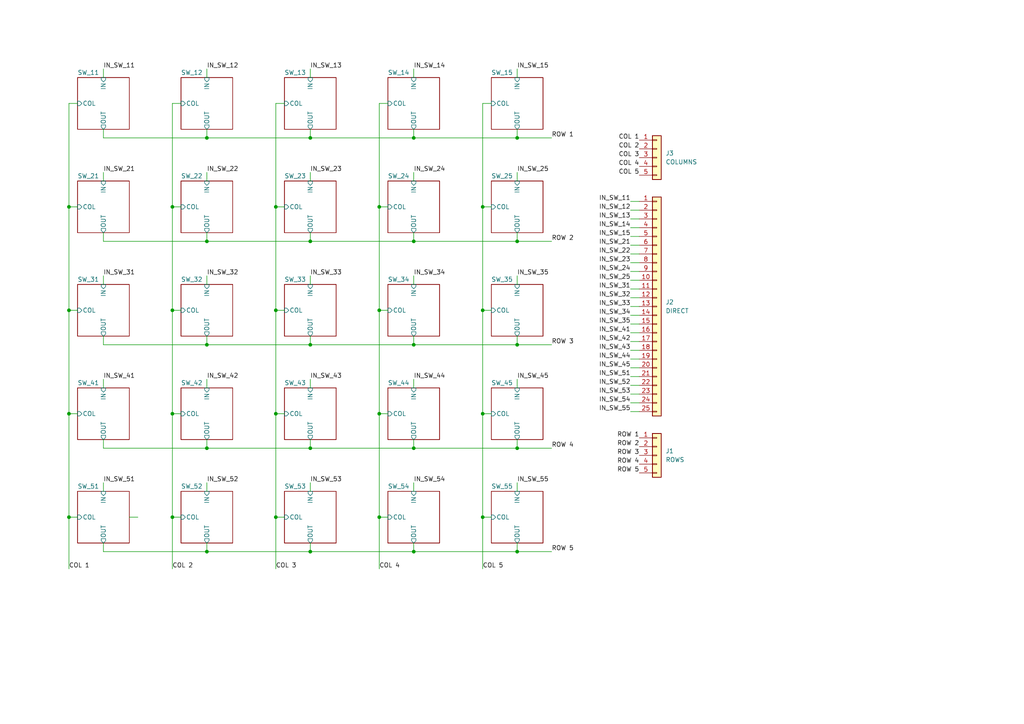
<source format=kicad_sch>
(kicad_sch (version 20211123) (generator eeschema)
  (paper "A4")
  (title_block (title "KBDevBoard"))
  (lib_symbols
    (symbol "Connector_Generic:Conn_01x05" (pin_names (offset 1.016) hide)
      (property "Reference" "J" (at 0 7.62 0))
      (property "Value" "Conn_01x05" (at 0 -7.62 0))
      (symbol "Conn_01x05_1_1"
        (rectangle (start -1.27 -4.953) (end 0 -5.207) (stroke (width 0.1524)))
        (rectangle (start -1.27 -2.413) (end 0 -2.667) (stroke (width 0.1524)))
        (rectangle (start -1.27 0.127) (end 0 -0.127) (stroke (width 0.1524)))
        (rectangle (start -1.27 2.667) (end 0 2.413) (stroke (width 0.1524)))
        (rectangle (start -1.27 5.207) (end 0 4.953) (stroke (width 0.1524)))
        (rectangle (start -1.27 6.35) (end 1.27 -6.35) (stroke (width 0.254)) (fill (type background)))
        (pin passive line (at -5.08 5.08 0) (length 3.81) (name "Pin_1") (number "1"))
        (pin passive line (at -5.08 2.54 0) (length 3.81) (name "Pin_2") (number "2"))
        (pin passive line (at -5.08 0 0) (length 3.81) (name "Pin_3") (number "3"))
        (pin passive line (at -5.08 -2.54 0) (length 3.81) (name "Pin_4") (number "4"))
        (pin passive line (at -5.08 -5.08 0) (length 3.81) (name "Pin_5") (number "5"))
      )
    )
    (symbol "Connector_Generic:Conn_01x25" (pin_names (offset 1.016) hide)
      (property "Reference" "J" (at 0 33.02 0))
      (property "Value" "Conn_01x25" (at 0 -33.02 0))
      (symbol "Conn_01x25_1_1"
        (rectangle (start -1.27 -30.353) (end 0 -30.607) (stroke (width 0.1524)))
        (rectangle (start -1.27 -27.813) (end 0 -28.067) (stroke (width 0.1524)))
        (rectangle (start -1.27 -25.273) (end 0 -25.527) (stroke (width 0.1524)))
        (rectangle (start -1.27 -22.733) (end 0 -22.987) (stroke (width 0.1524)))
        (rectangle (start -1.27 -20.193) (end 0 -20.447) (stroke (width 0.1524)))
        (rectangle (start -1.27 -17.653) (end 0 -17.907) (stroke (width 0.1524)))
        (rectangle (start -1.27 -15.113) (end 0 -15.367) (stroke (width 0.1524)))
        (rectangle (start -1.27 -12.573) (end 0 -12.827) (stroke (width 0.1524)))
        (rectangle (start -1.27 -10.033) (end 0 -10.287) (stroke (width 0.1524)))
        (rectangle (start -1.27 -7.493) (end 0 -7.747) (stroke (width 0.1524)))
        (rectangle (start -1.27 -4.953) (end 0 -5.207) (stroke (width 0.1524)))
        (rectangle (start -1.27 -2.413) (end 0 -2.667) (stroke (width 0.1524)))
        (rectangle (start -1.27 0.127) (end 0 -0.127) (stroke (width 0.1524)))
        (rectangle (start -1.27 2.667) (end 0 2.413) (stroke (width 0.1524)))
        (rectangle (start -1.27 5.207) (end 0 4.953) (stroke (width 0.1524)))
        (rectangle (start -1.27 7.747) (end 0 7.493) (stroke (width 0.1524)))
        (rectangle (start -1.27 10.287) (end 0 10.033) (stroke (width 0.1524)))
        (rectangle (start -1.27 12.827) (end 0 12.573) (stroke (width 0.1524)))
        (rectangle (start -1.27 15.367) (end 0 15.113) (stroke (width 0.1524)))
        (rectangle (start -1.27 17.907) (end 0 17.653) (stroke (width 0.1524)))
        (rectangle (start -1.27 20.447) (end 0 20.193) (stroke (width 0.1524)))
        (rectangle (start -1.27 22.987) (end 0 22.733) (stroke (width 0.1524)))
        (rectangle (start -1.27 25.527) (end 0 25.273) (stroke (width 0.1524)))
        (rectangle (start -1.27 28.067) (end 0 27.813) (stroke (width 0.1524)))
        (rectangle (start -1.27 30.607) (end 0 30.353) (stroke (width 0.1524)))
        (rectangle (start -1.27 31.75) (end 1.27 -31.75) (stroke (width 0.254)) (fill (type background)))
        (pin passive line (at -5.08 30.48 0) (length 3.81) (name "Pin_1") (number "1"))
        (pin passive line (at -5.08 7.62 0) (length 3.81) (name "Pin_10") (number "10"))
        (pin passive line (at -5.08 5.08 0) (length 3.81) (name "Pin_11") (number "11"))
        (pin passive line (at -5.08 2.54 0) (length 3.81) (name "Pin_12") (number "12"))
        (pin passive line (at -5.08 0 0) (length 3.81) (name "Pin_13") (number "13"))
        (pin passive line (at -5.08 -2.54 0) (length 3.81) (name "Pin_14") (number "14"))
        (pin passive line (at -5.08 -5.08 0) (length 3.81) (name "Pin_15") (number "15"))
        (pin passive line (at -5.08 -7.62 0) (length 3.81) (name "Pin_16") (number "16"))
        (pin passive line (at -5.08 -10.16 0) (length 3.81) (name "Pin_17") (number "17"))
        (pin passive line (at -5.08 -12.7 0) (length 3.81) (name "Pin_18") (number "18"))
        (pin passive line (at -5.08 -15.24 0) (length 3.81) (name "Pin_19") (number "19"))
        (pin passive line (at -5.08 27.94 0) (length 3.81) (name "Pin_2") (number "2"))
        (pin passive line (at -5.08 -17.78 0) (length 3.81) (name "Pin_20") (number "20"))
        (pin passive line (at -5.08 -20.32 0) (length 3.81) (name "Pin_21") (number "21"))
        (pin passive line (at -5.08 -22.86 0) (length 3.81) (name "Pin_22") (number "22"))
        (pin passive line (at -5.08 -25.4 0) (length 3.81) (name "Pin_23") (number "23"))
        (pin passive line (at -5.08 -27.94 0) (length 3.81) (name "Pin_24") (number "24"))
        (pin passive line (at -5.08 -30.48 0) (length 3.81) (name "Pin_25") (number "25"))
        (pin passive line (at -5.08 25.4 0) (length 3.81) (name "Pin_3") (number "3"))
        (pin passive line (at -5.08 22.86 0) (length 3.81) (name "Pin_4") (number "4"))
        (pin passive line (at -5.08 20.32 0) (length 3.81) (name "Pin_5") (number "5"))
        (pin passive line (at -5.08 17.78 0) (length 3.81) (name "Pin_6") (number "6"))
        (pin passive line (at -5.08 15.24 0) (length 3.81) (name "Pin_7") (number "7"))
        (pin passive line (at -5.08 12.7 0) (length 3.81) (name "Pin_8") (number "8"))
        (pin passive line (at -5.08 10.16 0) (length 3.81) (name "Pin_9") (number "9"))
      )
    )
  )
  (junction (at 150 160))
  (junction (at 110 120))
  (junction (at 120 40))
  (junction (at 140 120))
  (junction (at 150 130))
  (junction (at 150 70))
  (junction (at 140 90))
  (junction (at 20 90))
  (junction (at 80 90))
  (junction (at 80 60))
  (junction (at 50 60))
  (junction (at 110 90))
  (junction (at 60 160))
  (junction (at 110 60))
  (junction (at 80 120))
  (junction (at 90 100))
  (junction (at 50 120))
  (junction (at 60 130))
  (junction (at 60 70))
  (junction (at 60 40))
  (junction (at 20 150))
  (junction (at 120 70))
  (junction (at 20 120))
  (junction (at 120 130))
  (junction (at 60 100))
  (junction (at 140 150))
  (junction (at 90 130))
  (junction (at 80 150))
  (junction (at 140 60))
  (junction (at 90 40))
  (junction (at 120 100))
  (junction (at 120 160))
  (junction (at 20 60))
  (junction (at 150 100))
  (junction (at 50 90))
  (junction (at 50 150))
  (junction (at 90 160))
  (junction (at 90 70))
  (junction (at 110 150))
  (junction (at 150 40))
  (wire (pts (xy 20 30) (xy 20 60)))
  (wire (pts (xy 90 50) (xy 90 52.5)))
  (wire (pts (xy 90 67.5) (xy 90 70)))
  (wire (pts (xy 140 60) (xy 142.5 60)))
  (wire (pts (xy 60 50) (xy 60 52.5)))
  (wire (pts (xy 182.88 96.52) (xy 185.42 96.52)))
  (wire (pts (xy 30 157.5) (xy 30 160)))
  (wire (pts (xy 185.42 81.28) (xy 182.88 81.28)))
  (wire (pts (xy 140 120) (xy 140 150)))
  (wire (pts (xy 50 120) (xy 52.5 120)))
  (wire (pts (xy 80 120) (xy 82.5 120)))
  (wire (pts (xy 30 110) (xy 30 112.5)))
  (wire (pts (xy 80 120) (xy 80 150)))
  (wire (pts (xy 110 60) (xy 112.5 60)))
  (wire (pts (xy 182.88 86.36) (xy 185.42 86.36)))
  (wire (pts (xy 140 150) (xy 140 165)))
  (wire (pts (xy 110 30) (xy 110 60)))
  (wire (pts (xy 50 150) (xy 50 165)))
  (wire (pts (xy 50 30) (xy 50 60)))
  (wire (pts (xy 90 37.5) (xy 90 40)))
  (wire (pts (xy 182.88 111.76) (xy 185.42 111.76)))
  (wire (pts (xy 30 70) (xy 60 70)))
  (wire (pts (xy 50 60) (xy 50 90)))
  (wire (pts (xy 30 100) (xy 60 100)))
  (wire (pts (xy 150 100) (xy 150 97.5)))
  (wire (pts (xy 110 150) (xy 112.5 150)))
  (wire (pts (xy 185.42 93.98) (xy 182.88 93.98)))
  (wire (pts (xy 20 120) (xy 22.5 120)))
  (wire (pts (xy 120 130) (xy 150 130)))
  (wire (pts (xy 150 80) (xy 150 82.5)))
  (wire (pts (xy 182.88 109.22) (xy 185.42 109.22)))
  (wire (pts (xy 20 150) (xy 22.5 150)))
  (wire (pts (xy 182.88 83.82) (xy 185.42 83.82)))
  (wire (pts (xy 110 60) (xy 110 90)))
  (wire (pts (xy 30 50) (xy 30 52.5)))
  (wire (pts (xy 37.5 150) (xy 40 150)))
  (wire (pts (xy 185.42 116.84) (xy 182.88 116.84)))
  (wire (pts (xy 185.42 78.74) (xy 182.88 78.74)))
  (wire (pts (xy 50 90) (xy 52.5 90)))
  (wire (pts (xy 80 30) (xy 82.5 30)))
  (wire (pts (xy 120 40) (xy 150 40)))
  (wire (pts (xy 60 80) (xy 60 82.5)))
  (wire (pts (xy 60 97.5) (xy 60 100)))
  (wire (pts (xy 150 110) (xy 150 112.5)))
  (wire (pts (xy 30 140) (xy 30 142.5)))
  (wire (pts (xy 80 150) (xy 82.5 150)))
  (wire (pts (xy 60 130) (xy 90 130)))
  (wire (pts (xy 80 60) (xy 80 90)))
  (wire (pts (xy 30 20) (xy 30 22.5)))
  (wire (pts (xy 50 60) (xy 52.5 60)))
  (wire (pts (xy 60 140) (xy 60 142.5)))
  (wire (pts (xy 90 80) (xy 90 82.5)))
  (wire (pts (xy 60 127.5) (xy 60 130)))
  (wire (pts (xy 140 30) (xy 140 60)))
  (wire (pts (xy 120 160) (xy 150 160)))
  (wire (pts (xy 182.88 76.2) (xy 185.42 76.2)))
  (wire (pts (xy 150 20) (xy 150 22.5)))
  (wire (pts (xy 110 120) (xy 112.5 120)))
  (wire (pts (xy 120 20) (xy 120 22.5)))
  (wire (pts (xy 120 110) (xy 120 112.5)))
  (wire (pts (xy 20 90) (xy 20 120)))
  (wire (pts (xy 185.42 104.14) (xy 182.88 104.14)))
  (wire (pts (xy 60 67.5) (xy 60 70)))
  (wire (pts (xy 110 90) (xy 110 120)))
  (wire (pts (xy 50 90) (xy 50 120)))
  (wire (pts (xy 50 150) (xy 52.5 150)))
  (wire (pts (xy 20 60) (xy 20 90)))
  (wire (pts (xy 60 70) (xy 90 70)))
  (wire (pts (xy 150 40) (xy 160 40)))
  (wire (pts (xy 120 50) (xy 120 52.5)))
  (wire (pts (xy 182.88 60.96) (xy 185.42 60.96)))
  (wire (pts (xy 90 110) (xy 90 112.5)))
  (wire (pts (xy 120 80) (xy 120 82.5)))
  (wire (pts (xy 30 37.5) (xy 30 40)))
  (wire (pts (xy 50 30) (xy 52.5 30)))
  (wire (pts (xy 120 157.5) (xy 120 160)))
  (wire (pts (xy 120 127.5) (xy 120 130)))
  (wire (pts (xy 150 100) (xy 160 100)))
  (wire (pts (xy 80 60) (xy 82.5 60)))
  (wire (pts (xy 150 160) (xy 150 157.5)))
  (wire (pts (xy 80 30) (xy 80 60)))
  (wire (pts (xy 182.88 71.12) (xy 185.42 71.12)))
  (wire (pts (xy 150 50) (xy 150 52.5)))
  (wire (pts (xy 150 70) (xy 160 70)))
  (wire (pts (xy 90 157.5) (xy 90 160)))
  (wire (pts (xy 185.42 66.04) (xy 182.88 66.04)))
  (wire (pts (xy 60 20) (xy 60 22.5)))
  (wire (pts (xy 20 30) (xy 22.5 30)))
  (wire (pts (xy 90 70) (xy 120 70)))
  (wire (pts (xy 150 130) (xy 150 127.5)))
  (wire (pts (xy 120 97.5) (xy 120 100)))
  (wire (pts (xy 150 40) (xy 150 37.5)))
  (wire (pts (xy 150 140) (xy 150 142.5)))
  (wire (pts (xy 30 127.5) (xy 30 130)))
  (wire (pts (xy 20 90) (xy 22.5 90)))
  (wire (pts (xy 30 40) (xy 60 40)))
  (wire (pts (xy 50 120) (xy 50 150)))
  (wire (pts (xy 120 67.5) (xy 120 70)))
  (wire (pts (xy 182.88 114.3) (xy 185.42 114.3)))
  (wire (pts (xy 110 120) (xy 110 150)))
  (wire (pts (xy 182.88 63.5) (xy 185.42 63.5)))
  (wire (pts (xy 90 20) (xy 90 22.5)))
  (wire (pts (xy 140 60) (xy 140 90)))
  (wire (pts (xy 120 70) (xy 150 70)))
  (wire (pts (xy 140 30) (xy 142.5 30)))
  (wire (pts (xy 110 90) (xy 112.5 90)))
  (wire (pts (xy 20 120) (xy 20 150)))
  (wire (pts (xy 185.42 68.58) (xy 182.88 68.58)))
  (wire (pts (xy 140 120) (xy 142.5 120)))
  (wire (pts (xy 60 100) (xy 90 100)))
  (wire (pts (xy 150 70) (xy 150 67.5)))
  (wire (pts (xy 30 80) (xy 30 82.5)))
  (wire (pts (xy 150 130) (xy 160 130)))
  (wire (pts (xy 80 90) (xy 82.5 90)))
  (wire (pts (xy 182.88 99.06) (xy 185.42 99.06)))
  (wire (pts (xy 140 150) (xy 142.5 150)))
  (wire (pts (xy 182.88 88.9) (xy 185.42 88.9)))
  (wire (pts (xy 140 90) (xy 142.5 90)))
  (wire (pts (xy 110 150) (xy 110 165)))
  (wire (pts (xy 20 60) (xy 22.5 60)))
  (wire (pts (xy 182.88 101.6) (xy 185.42 101.6)))
  (wire (pts (xy 30 160) (xy 60 160)))
  (wire (pts (xy 90 127.5) (xy 90 130)))
  (wire (pts (xy 120 140) (xy 120 142.5)))
  (wire (pts (xy 182.88 73.66) (xy 185.42 73.66)))
  (wire (pts (xy 30 97.5) (xy 30 100)))
  (wire (pts (xy 185.42 119.38) (xy 182.88 119.38)))
  (wire (pts (xy 185.42 106.68) (xy 182.88 106.68)))
  (wire (pts (xy 60 37.5) (xy 60 40)))
  (wire (pts (xy 60 40) (xy 90 40)))
  (wire (pts (xy 60 157.5) (xy 60 160)))
  (wire (pts (xy 30 130) (xy 60 130)))
  (wire (pts (xy 120 37.5) (xy 120 40)))
  (wire (pts (xy 185.42 91.44) (xy 182.88 91.44)))
  (wire (pts (xy 90 140) (xy 90 142.5)))
  (wire (pts (xy 150 160) (xy 160 160)))
  (wire (pts (xy 60 110) (xy 60 112.5)))
  (wire (pts (xy 90 100) (xy 120 100)))
  (wire (pts (xy 30 67.5) (xy 30 70)))
  (wire (pts (xy 60 160) (xy 90 160)))
  (wire (pts (xy 90 40) (xy 120 40)))
  (wire (pts (xy 182.88 58.42) (xy 185.42 58.42)))
  (wire (pts (xy 120 100) (xy 150 100)))
  (wire (pts (xy 20 150) (xy 20 165)))
  (wire (pts (xy 80 90) (xy 80 120)))
  (wire (pts (xy 90 160) (xy 120 160)))
  (wire (pts (xy 90 130) (xy 120 130)))
  (wire (pts (xy 80 150) (xy 80 165)))
  (wire (pts (xy 110 30) (xy 112.5 30)))
  (wire (pts (xy 90 97.5) (xy 90 100)))
  (wire (pts (xy 140 90) (xy 140 120)))
  (label "COL 2" (at 185.42 43.18 180))
  (label "COL 5" (at 140 165 0))
  (label "IN_SW_22" (at 60 50 0))
  (label "IN_SW_34" (at 120 80 0))
  (label "IN_SW_33" (at 90 80 0))
  (label "IN_SW_42" (at 60 110 0))
  (label "IN_SW_35" (at 182.88 93.98 180))
  (label "COL 1" (at 20 165 0))
  (label "IN_SW_25" (at 182.88 81.28 180))
  (label "IN_SW_12" (at 182.88 60.96 180))
  (label "IN_SW_14" (at 120 20 0))
  (label "IN_SW_23" (at 90 50 0))
  (label "IN_SW_45" (at 150 110 0))
  (label "IN_SW_41" (at 182.88 96.52 180))
  (label "IN_SW_52" (at 182.88 111.76 180))
  (label "IN_SW_55" (at 182.88 119.38 180))
  (label "IN_SW_53" (at 90 140 0))
  (label "COL 3" (at 185.42 45.72 180))
  (label "COL 1" (at 185.42 40.64 180))
  (label "IN_SW_32" (at 182.88 86.36 180))
  (label "IN_SW_24" (at 120 50 0))
  (label "IN_SW_55" (at 150 140 0))
  (label "ROW 5" (at 160 160 0))
  (label "IN_SW_15" (at 150 20 0))
  (label "IN_SW_31" (at 182.88 83.82 180))
  (label "ROW 1" (at 185.42 127 180))
  (label "IN_SW_13" (at 182.88 63.5 180))
  (label "IN_SW_13" (at 90 20 0))
  (label "COL 4" (at 110 165 0))
  (label "IN_SW_54" (at 182.88 116.84 180))
  (label "IN_SW_25" (at 150 50 0))
  (label "ROW 4" (at 185.42 134.62 180))
  (label "IN_SW_31" (at 30 80 0))
  (label "ROW 3" (at 185.42 132.08 180))
  (label "IN_SW_32" (at 60 80 0))
  (label "IN_SW_53" (at 182.88 114.3 180))
  (label "IN_SW_43" (at 182.88 101.6 180))
  (label "IN_SW_41" (at 30 110 0))
  (label "ROW 2" (at 185.42 129.54 180))
  (label "COL 3" (at 80 165 0))
  (label "IN_SW_51" (at 182.88 109.22 180))
  (label "ROW 3" (at 160 100 0))
  (label "ROW 1" (at 160 40 0))
  (label "IN_SW_44" (at 182.88 104.14 180))
  (label "ROW 5" (at 185.42 137.16 180))
  (label "IN_SW_15" (at 182.88 68.58 180))
  (label "IN_SW_24" (at 182.88 78.74 180))
  (label "IN_SW_44" (at 120 110 0))
  (label "IN_SW_45" (at 182.88 106.68 180))
  (label "IN_SW_43" (at 90 110 0))
  (label "IN_SW_21" (at 182.88 71.12 180))
  (label "ROW 4" (at 160 130 0))
  (label "IN_SW_33" (at 182.88 88.9 180))
  (label "IN_SW_54" (at 120 140 0))
  (label "IN_SW_12" (at 60 20 0))
  (label "IN_SW_21" (at 30 50 0))
  (label "ROW 2" (at 160 70 0))
  (label "IN_SW_51" (at 30 140 0))
  (label "IN_SW_14" (at 182.88 66.04 180))
  (label "IN_SW_23" (at 182.88 76.2 180))
  (label "IN_SW_11" (at 30 20 0))
  (label "COL 5" (at 185.42 50.8 180))
  (label "IN_SW_52" (at 60 140 0))
  (label "IN_SW_42" (at 182.88 99.06 180))
  (label "COL 4" (at 185.42 48.26 180))
  (label "COL 2" (at 50 165 0))
  (label "IN_SW_35" (at 150 80 0))
  (label "IN_SW_22" (at 182.88 73.66 180))
  (label "IN_SW_11" (at 182.88 58.42 180))
  (label "IN_SW_34" (at 182.88 91.44 180))
  (symbol (lib_id "Connector_Generic:Conn_01x05") (at 190.5 45.72 0) (unit 1)
    (property "Reference" "J3" (at 193.04 44.4499 0) (effects (justify left)))
    (property "Value" "COLUMNS" (at 193.04 46.9899 0) (effects (justify left)))
    (property "Footprint" "footprints:COLUMNS" (effects hide))
  )
  (symbol (lib_id "Connector_Generic:Conn_01x25") (at 190.5 88.9 0) (unit 1)
    (property "Reference" "J2" (at 193.04 87.6299 0) (effects (justify left)))
    (property "Value" "DIRECT" (at 193.04 90.1699 0) (effects (justify left)))
    (property "Footprint" "footprints:DIRECT" (effects hide))
  )
  (symbol (lib_id "Connector_Generic:Conn_01x05") (at 190.5 132.08 0) (unit 1)
    (property "Reference" "J1" (at 193.04 130.8099 0) (effects (justify left)))
    (property "Value" "ROWS" (at 193.04 133.3499 0) (effects (justify left)))
    (property "Footprint" "footprints:ROWS" (effects hide))
  )
  (sheet (at 52.5 112.5) (size 15 15) (stroke (width 0.1524))
    (property "Sheet name" "SW_42" (at 52.5 111.7884 0) (effects (justify left bottom)))
    (property "Sheet file" "switch.kicad_sch" (effects hide))
    (pin "OUT" output (at 60 127.5 270))
    (pin "IN" input (at 60 112.5 90))
    (pin "COL" input (at 52.5 120 180))
  )
  (sheet (at 142.5 22.5) (size 15 15) (stroke (width 0.1524))
    (property "Sheet name" "SW_15" (at 142.5 21.7884 0) (effects (justify left bottom)))
    (property "Sheet file" "switch.kicad_sch" (effects hide))
    (pin "OUT" output (at 150 37.5 270))
    (pin "IN" input (at 150 22.5 90))
    (pin "COL" input (at 142.5 30 180))
  )
  (sheet (at 142.5 142.5) (size 15 15) (stroke (width 0.1524))
    (property "Sheet name" "SW_55" (at 142.5 141.7884 0) (effects (justify left bottom)))
    (property "Sheet file" "switch.kicad_sch" (effects hide))
    (pin "OUT" output (at 150 157.5 270))
    (pin "IN" input (at 150 142.5 90))
    (pin "COL" input (at 142.5 150 180))
  )
  (sheet (at 82.5 82.5) (size 15 15) (stroke (width 0.1524))
    (property "Sheet name" "SW_33" (at 82.5 81.7884 0) (effects (justify left bottom)))
    (property "Sheet file" "switch.kicad_sch" (effects hide))
    (pin "OUT" output (at 90 97.5 270))
    (pin "IN" input (at 90 82.5 90))
    (pin "COL" input (at 82.5 90 180))
  )
  (sheet (at 22.5 82.5) (size 15 15) (stroke (width 0.1524))
    (property "Sheet name" "SW_31" (at 22.5 81.7884 0) (effects (justify left bottom)))
    (property "Sheet file" "switch.kicad_sch" (effects hide))
    (pin "OUT" output (at 30 97.5 270))
    (pin "IN" input (at 30 82.5 90))
    (pin "COL" input (at 22.5 90 180))
  )
  (sheet (at 142.5 52.5) (size 15 15) (stroke (width 0.1524))
    (property "Sheet name" "SW_25" (at 142.5 51.7884 0) (effects (justify left bottom)))
    (property "Sheet file" "switch.kicad_sch" (effects hide))
    (pin "OUT" output (at 150 67.5 270))
    (pin "IN" input (at 150 52.5 90))
    (pin "COL" input (at 142.5 60 180))
  )
  (sheet (at 82.5 22.5) (size 15 15) (stroke (width 0.1524))
    (property "Sheet name" "SW_13" (at 82.5 21.7884 0) (effects (justify left bottom)))
    (property "Sheet file" "switch.kicad_sch" (effects hide))
    (pin "OUT" output (at 90 37.5 270))
    (pin "IN" input (at 90 22.5 90))
    (pin "COL" input (at 82.5 30 180))
  )
  (sheet (at 52.5 142.5) (size 15 15) (stroke (width 0.1524))
    (property "Sheet name" "SW_52" (at 52.5 141.7884 0) (effects (justify left bottom)))
    (property "Sheet file" "switch.kicad_sch" (effects hide))
    (pin "OUT" output (at 60 157.5 270))
    (pin "IN" input (at 60 142.5 90))
    (pin "COL" input (at 52.5 150 180))
  )
  (sheet (at 112.5 22.5) (size 15 15) (stroke (width 0.1524))
    (property "Sheet name" "SW_14" (at 112.5 21.7884 0) (effects (justify left bottom)))
    (property "Sheet file" "switch.kicad_sch" (effects hide))
    (pin "OUT" output (at 120 37.5 270))
    (pin "IN" input (at 120 22.5 90))
    (pin "COL" input (at 112.5 30 180))
  )
  (sheet (at 22.5 112.5) (size 15 15) (stroke (width 0.1524))
    (property "Sheet name" "SW_41" (at 22.5 111.7884 0) (effects (justify left bottom)))
    (property "Sheet file" "switch.kicad_sch" (effects hide))
    (pin "OUT" output (at 30 127.5 270))
    (pin "IN" input (at 30 112.5 90))
    (pin "COL" input (at 22.5 120 180))
  )
  (sheet (at 22.5 22.5) (size 15 15) (stroke (width 0.1524))
    (property "Sheet name" "SW_11" (at 22.5 21.7884 0) (effects (justify left bottom)))
    (property "Sheet file" "switch.kicad_sch" (effects hide))
    (pin "OUT" output (at 30 37.5 270))
    (pin "IN" input (at 30 22.5 90))
    (pin "COL" input (at 22.5 30 180))
  )
  (sheet (at 112.5 112.5) (size 15 15) (stroke (width 0.1524))
    (property "Sheet name" "SW_44" (at 112.5 111.7884 0) (effects (justify left bottom)))
    (property "Sheet file" "switch.kicad_sch" (effects hide))
    (pin "OUT" output (at 120 127.5 270))
    (pin "IN" input (at 120 112.5 90))
    (pin "COL" input (at 112.5 120 180))
  )
  (sheet (at 112.5 142.5) (size 15 15) (stroke (width 0.1524))
    (property "Sheet name" "SW_54" (at 112.5 141.7884 0) (effects (justify left bottom)))
    (property "Sheet file" "switch.kicad_sch" (effects hide))
    (pin "OUT" output (at 120 157.5 270))
    (pin "IN" input (at 120 142.5 90))
    (pin "COL" input (at 112.5 150 180))
  )
  (sheet (at 82.5 52.5) (size 15 15) (stroke (width 0.1524))
    (property "Sheet name" "SW_23" (at 82.5 51.7884 0) (effects (justify left bottom)))
    (property "Sheet file" "switch.kicad_sch" (effects hide))
    (pin "OUT" output (at 90 67.5 270))
    (pin "IN" input (at 90 52.5 90))
    (pin "COL" input (at 82.5 60 180))
  )
  (sheet (at 82.5 112.5) (size 15 15) (stroke (width 0.1524))
    (property "Sheet name" "SW_43" (at 82.5 111.7884 0) (effects (justify left bottom)))
    (property "Sheet file" "switch.kicad_sch" (effects hide))
    (pin "OUT" output (at 90 127.5 270))
    (pin "IN" input (at 90 112.5 90))
    (pin "COL" input (at 82.5 120 180))
  )
  (sheet (at 142.5 82.5) (size 15 15) (stroke (width 0.1524))
    (property "Sheet name" "SW_35" (at 142.5 81.7884 0) (effects (justify left bottom)))
    (property "Sheet file" "switch.kicad_sch" (effects hide))
    (pin "OUT" output (at 150 97.5 270))
    (pin "IN" input (at 150 82.5 90))
    (pin "COL" input (at 142.5 90 180))
  )
  (sheet (at 22.5 52.5) (size 15 15) (stroke (width 0.1524))
    (property "Sheet name" "SW_21" (at 22.5 51.7884 0) (effects (justify left bottom)))
    (property "Sheet file" "switch.kicad_sch" (effects hide))
    (pin "OUT" output (at 30 67.5 270))
    (pin "IN" input (at 30 52.5 90))
    (pin "COL" input (at 22.5 60 180))
  )
  (sheet (at 142.5 112.5) (size 15 15) (stroke (width 0.1524))
    (property "Sheet name" "SW_45" (at 142.5 111.7884 0) (effects (justify left bottom)))
    (property "Sheet file" "switch.kicad_sch" (effects hide))
    (pin "OUT" output (at 150 127.5 270))
    (pin "IN" input (at 150 112.5 90))
    (pin "COL" input (at 142.5 120 180))
  )
  (sheet (at 52.5 22.5) (size 15 15) (stroke (width 0.1524))
    (property "Sheet name" "SW_12" (at 52.5 21.7884 0) (effects (justify left bottom)))
    (property "Sheet file" "switch.kicad_sch" (effects hide))
    (pin "OUT" output (at 60 37.5 270))
    (pin "IN" input (at 60 22.5 90))
    (pin "COL" input (at 52.5 30 180))
  )
  (sheet (at 52.5 82.5) (size 15 15) (stroke (width 0.1524))
    (property "Sheet name" "SW_32" (at 52.5 81.7884 0) (effects (justify left bottom)))
    (property "Sheet file" "switch.kicad_sch" (effects hide))
    (pin "OUT" output (at 60 97.5 270))
    (pin "IN" input (at 60 82.5 90))
    (pin "COL" input (at 52.5 90 180))
  )
  (sheet (at 22.5 142.5) (size 15 15) (stroke (width 0.1524))
    (property "Sheet name" "SW_51" (at 22.5 141.7884 0) (effects (justify left bottom)))
    (property "Sheet file" "switch.kicad_sch" (effects hide))
    (pin "OUT" output (at 30 157.5 270))
    (pin "IN" input (at 30 142.5 90))
    (pin "COL" input (at 22.5 150 180))
  )
  (sheet (at 112.5 52.5) (size 15 15) (stroke (width 0.1524))
    (property "Sheet name" "SW_24" (at 112.5 51.7884 0) (effects (justify left bottom)))
    (property "Sheet file" "switch.kicad_sch" (effects hide))
    (pin "OUT" output (at 120 67.5 270))
    (pin "IN" input (at 120 52.5 90))
    (pin "COL" input (at 112.5 60 180))
  )
  (sheet (at 82.5 142.5) (size 15 15) (stroke (width 0.1524))
    (property "Sheet name" "SW_53" (at 82.5 141.7884 0) (effects (justify left bottom)))
    (property "Sheet file" "switch.kicad_sch" (effects hide))
    (pin "OUT" output (at 90 157.5 270))
    (pin "IN" input (at 90 142.5 90))
    (pin "COL" input (at 82.5 150 180))
  )
  (sheet (at 52.5 52.5) (size 15 15) (stroke (width 0.1524))
    (property "Sheet name" "SW_22" (at 52.5 51.7884 0) (effects (justify left bottom)))
    (property "Sheet file" "switch.kicad_sch" (effects hide))
    (pin "OUT" output (at 60 67.5 270))
    (pin "IN" input (at 60 52.5 90))
    (pin "COL" input (at 52.5 60 180))
  )
  (sheet (at 112.5 82.5) (size 15 15) (stroke (width 0.1524))
    (property "Sheet name" "SW_34" (at 112.5 81.7884 0) (effects (justify left bottom)))
    (property "Sheet file" "switch.kicad_sch" (effects hide))
    (pin "OUT" output (at 120 97.5 270))
    (pin "IN" input (at 120 82.5 90))
    (pin "COL" input (at 112.5 90 180))
  )
)
</source>
